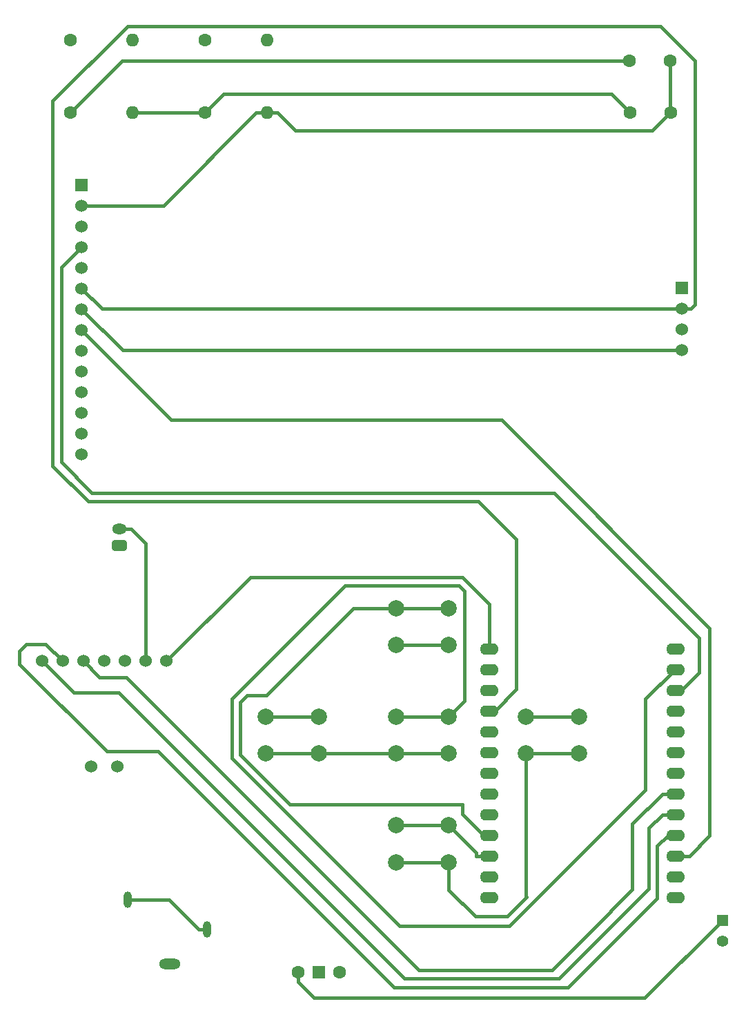
<source format=gbr>
%TF.GenerationSoftware,KiCad,Pcbnew,8.0.3*%
%TF.CreationDate,2024-08-23T11:34:52-06:00*%
%TF.ProjectId,MP3,4d50332e-6b69-4636-9164-5f7063625858,rev?*%
%TF.SameCoordinates,Original*%
%TF.FileFunction,Copper,L2,Bot*%
%TF.FilePolarity,Positive*%
%FSLAX46Y46*%
G04 Gerber Fmt 4.6, Leading zero omitted, Abs format (unit mm)*
G04 Created by KiCad (PCBNEW 8.0.3) date 2024-08-23 11:34:52*
%MOMM*%
%LPD*%
G01*
G04 APERTURE LIST*
G04 Aperture macros list*
%AMRoundRect*
0 Rectangle with rounded corners*
0 $1 Rounding radius*
0 $2 $3 $4 $5 $6 $7 $8 $9 X,Y pos of 4 corners*
0 Add a 4 corners polygon primitive as box body*
4,1,4,$2,$3,$4,$5,$6,$7,$8,$9,$2,$3,0*
0 Add four circle primitives for the rounded corners*
1,1,$1+$1,$2,$3*
1,1,$1+$1,$4,$5*
1,1,$1+$1,$6,$7*
1,1,$1+$1,$8,$9*
0 Add four rect primitives between the rounded corners*
20,1,$1+$1,$2,$3,$4,$5,0*
20,1,$1+$1,$4,$5,$6,$7,0*
20,1,$1+$1,$6,$7,$8,$9,0*
20,1,$1+$1,$8,$9,$2,$3,0*%
G04 Aperture macros list end*
%TA.AperFunction,ComponentPad*%
%ADD10C,1.600000*%
%TD*%
%TA.AperFunction,ComponentPad*%
%ADD11O,1.600000X1.600000*%
%TD*%
%TA.AperFunction,ComponentPad*%
%ADD12O,2.616000X1.308000*%
%TD*%
%TA.AperFunction,ComponentPad*%
%ADD13O,1.008000X2.016000*%
%TD*%
%TA.AperFunction,ComponentPad*%
%ADD14C,1.524000*%
%TD*%
%TA.AperFunction,ComponentPad*%
%ADD15R,1.524000X1.524000*%
%TD*%
%TA.AperFunction,ComponentPad*%
%ADD16C,2.000000*%
%TD*%
%TA.AperFunction,ComponentPad*%
%ADD17R,1.500000X1.500000*%
%TD*%
%TA.AperFunction,ComponentPad*%
%ADD18O,2.286000X1.400000*%
%TD*%
%TA.AperFunction,ComponentPad*%
%ADD19RoundRect,0.270833X0.629167X-0.379167X0.629167X0.379167X-0.629167X0.379167X-0.629167X-0.379167X0*%
%TD*%
%TA.AperFunction,ComponentPad*%
%ADD20O,1.800000X1.300000*%
%TD*%
%TA.AperFunction,ComponentPad*%
%ADD21C,1.400000*%
%TD*%
%TA.AperFunction,ComponentPad*%
%ADD22R,1.400000X1.400000*%
%TD*%
%TA.AperFunction,Conductor*%
%ADD23C,0.406400*%
%TD*%
G04 APERTURE END LIST*
D10*
%TO.P,R3,1*%
%TO.N,VCC2*%
X111150000Y-41143300D03*
D11*
%TO.P,R3,2*%
%TO.N,VP*%
X118770000Y-41143300D03*
%TD*%
D10*
%TO.P,R4,1*%
%TO.N,VP*%
X127660000Y-41143300D03*
D11*
%TO.P,R4,2*%
%TO.N,GND*%
X135280000Y-41143300D03*
%TD*%
D12*
%TO.P,3.5mm,1 (GND)*%
%TO.N,audio-*%
X123340000Y-145563300D03*
D13*
%TO.P,3.5mm,2 (R)*%
%TO.N,audio+*%
X118140000Y-137663300D03*
%TO.P,3.5mm,5 (L)*%
X127940000Y-141363300D03*
%TD*%
D10*
%TO.P,R1,1*%
%TO.N,VCC*%
X111150000Y-32253300D03*
D11*
%TO.P,R1,2*%
%TO.N,SW1*%
X118770000Y-32253300D03*
%TD*%
D14*
%TO.P,REF\u002A\u002A,CS*%
%TO.N,CS_LCD*%
X112489996Y-55109073D03*
%TO.P,REF\u002A\u002A,DC*%
%TO.N,GPIO4*%
X112489996Y-60189073D03*
%TO.P,REF\u002A\u002A,GND*%
%TO.N,GND*%
X112489996Y-52569073D03*
%TO.P,REF\u002A\u002A,LED*%
%TO.N,14*%
X112489996Y-67809073D03*
%TO.P,REF\u002A\u002A,RESET*%
%TO.N,EN*%
X112489998Y-57651187D03*
%TO.P,REF\u002A\u002A,SCK*%
%TO.N,SCK*%
X112489996Y-65269073D03*
%TO.P,REF\u002A\u002A,SDI (MOSI)*%
%TO.N,SDI*%
X112489996Y-62729073D03*
%TO.P,REF\u002A\u002A,SDO (MISO)*%
%TO.N,N/C*%
X112489996Y-70349073D03*
D15*
%TO.P,REF\u002A\u002A,SD_CS*%
%TO.N,SD_CS*%
X186210000Y-62706187D03*
D14*
%TO.P,REF\u002A\u002A,SD_MISO*%
%TO.N,SDO*%
X186210000Y-67786187D03*
%TO.P,REF\u002A\u002A,SD_MOSI*%
%TO.N,SDI*%
X186210000Y-65246187D03*
%TO.P,REF\u002A\u002A,SD_SCK*%
%TO.N,SCK*%
X186210000Y-70326187D03*
%TO.P,REF\u002A\u002A,T_CLK*%
%TO.N,N/C*%
X112489996Y-72889073D03*
%TO.P,REF\u002A\u002A,T_CS*%
X112489996Y-75429073D03*
%TO.P,REF\u002A\u002A,T_DIN*%
X112489996Y-77969073D03*
%TO.P,REF\u002A\u002A,T_DO*%
X112489998Y-80501187D03*
%TO.P,REF\u002A\u002A,T_IRQ*%
X112489998Y-83051187D03*
D15*
%TO.P,REF\u002A\u002A,VCC*%
%TO.N,VCC*%
X112489998Y-50026187D03*
%TD*%
D16*
%TO.P,SW2,1*%
%TO.N,SW2*%
X135125000Y-115268300D03*
X141625000Y-115268300D03*
%TO.P,SW2,2*%
%TO.N,GND*%
X135125000Y-119768300D03*
X141625000Y-119768300D03*
%TD*%
%TO.P,SW4,1*%
%TO.N,SW4*%
X167035000Y-115268300D03*
X173535000Y-115268300D03*
%TO.P,SW4,2*%
%TO.N,GND*%
X167035000Y-119768300D03*
X173535000Y-119768300D03*
%TD*%
D17*
%TO.P,SW6,1*%
%TO.N,PWR*%
X141630000Y-146553300D03*
D10*
%TO.P,SW6,2*%
%TO.N,VCC2*%
X139090000Y-146553300D03*
%TO.P,SW6,3*%
%TO.N,N/C*%
X144170000Y-146553300D03*
%TD*%
%TO.P,C1,1*%
%TO.N,VCC2*%
X179730000Y-34793300D03*
%TO.P,C1,2*%
%TO.N,GND*%
X184730000Y-34793300D03*
%TD*%
%TO.P,R2,1*%
%TO.N,VCC*%
X127660000Y-32253300D03*
D11*
%TO.P,R2,2*%
%TO.N,SW3*%
X135280000Y-32253300D03*
%TD*%
D10*
%TO.P,C2,1*%
%TO.N,VP*%
X179810000Y-41143300D03*
%TO.P,C2,2*%
%TO.N,GND*%
X184810000Y-41143300D03*
%TD*%
D16*
%TO.P,SW3,1*%
%TO.N,SW3*%
X151080000Y-115268300D03*
X157580000Y-115268300D03*
%TO.P,SW3,2*%
%TO.N,GND*%
X151080000Y-119768300D03*
X157580000Y-119768300D03*
%TD*%
%TO.P,SW1,1*%
%TO.N,SW1*%
X151080000Y-101963300D03*
X157580000Y-101963300D03*
%TO.P,SW1,2*%
%TO.N,GND*%
X151080000Y-106463300D03*
X157580000Y-106463300D03*
%TD*%
%TO.P,SW5,1*%
%TO.N,SW5*%
X151080000Y-128573300D03*
X157580000Y-128573300D03*
%TO.P,SW5,2*%
%TO.N,GND*%
X151080000Y-133073300D03*
X157580000Y-133073300D03*
%TD*%
D18*
%TO.P,U1,0*%
%TO.N,SW1*%
X162548123Y-129783800D03*
%TO.P,U1,2*%
%TO.N,SW5*%
X162548123Y-132323800D03*
%TO.P,U1,3v*%
%TO.N,VCC*%
X162548123Y-106923800D03*
%TO.P,U1,4*%
%TO.N,GPIO4*%
X162548123Y-127243800D03*
%TO.P,U1,5*%
%TO.N,CS_LCD*%
X162548123Y-119623800D03*
%TO.P,U1,12*%
%TO.N,N/C*%
X185408123Y-134863800D03*
%TO.P,U1,13*%
%TO.N,SW2*%
X162548123Y-137403800D03*
%TO.P,U1,14*%
%TO.N,14*%
X185408123Y-132323800D03*
%TO.P,U1,15*%
%TO.N,SW4*%
X162548123Y-134863800D03*
%TO.P,U1,16*%
%TO.N,N/C*%
X162548123Y-124703800D03*
%TO.P,U1,17*%
X162548123Y-122163800D03*
%TO.P,U1,18*%
%TO.N,SCK*%
X162548123Y-117083800D03*
%TO.P,U1,19*%
%TO.N,SDO*%
X162548123Y-112003800D03*
%TO.P,U1,22*%
%TO.N,SD_CS*%
X162548123Y-109463800D03*
%TO.P,U1,23*%
%TO.N,SDI*%
X162548123Y-114543800D03*
%TO.P,U1,25*%
%TO.N,MAX_DIN*%
X185408123Y-124703800D03*
%TO.P,U1,26*%
%TO.N,MAX_LRC*%
X185408123Y-127243800D03*
%TO.P,U1,27*%
%TO.N,MAX_BCLK*%
X185408123Y-129783800D03*
%TO.P,U1,32*%
%TO.N,N/C*%
X185408123Y-119623800D03*
%TO.P,U1,33*%
X185408123Y-122163800D03*
%TO.P,U1,34*%
X185408123Y-114543800D03*
%TO.P,U1,35*%
X185408123Y-117083800D03*
%TO.P,U1,EN*%
%TO.N,EN*%
X185408123Y-112003800D03*
%TO.P,U1,GND*%
%TO.N,GND*%
X185408123Y-137403800D03*
%TO.P,U1,VN*%
%TO.N,SW3*%
X185408123Y-109463800D03*
%TO.P,U1,VP*%
%TO.N,VP*%
X185408123Y-106923800D03*
%TD*%
D14*
%TO.P,MAX98357,+*%
%TO.N,audio+*%
X116885000Y-121373300D03*
%TO.P,MAX98357,-*%
%TO.N,audio-*%
X113710000Y-121373300D03*
%TO.P,MAX98357,BCLK*%
%TO.N,MAX_BCLK*%
X110217500Y-108419300D03*
%TO.P,MAX98357,DIN*%
%TO.N,MAX_DIN*%
X112757500Y-108419300D03*
%TO.P,MAX98357,GAIN*%
%TO.N,N/C*%
X115297500Y-108419300D03*
%TO.P,MAX98357,GND*%
%TO.N,GND*%
X120377500Y-108419300D03*
%TO.P,MAX98357,LRC*%
%TO.N,MAX_LRC*%
X107677500Y-108419300D03*
%TO.P,MAX98357,SD*%
%TO.N,N/C*%
X117837500Y-108419300D03*
%TO.P,MAX98357,VIN*%
%TO.N,VCC*%
X122917500Y-108419300D03*
%TD*%
D19*
%TO.P,BT1,1*%
%TO.N,PWR*%
X117190000Y-94243300D03*
D20*
%TO.P,BT1,2*%
%TO.N,GND*%
X117190000Y-92243300D03*
%TD*%
D21*
%TO.P,PW1,1*%
%TO.N,GND*%
X191160000Y-142743300D03*
D22*
%TO.P,PW1,2*%
%TO.N,VCC2*%
X191160000Y-140203300D03*
%TD*%
D23*
%TO.N,14*%
X112490000Y-67809100D02*
X123551200Y-78870300D01*
X189560000Y-104394370D02*
X189560000Y-129824600D01*
X187060800Y-132323800D02*
X185408100Y-132323800D01*
X164035930Y-78870300D02*
X189560000Y-104394370D01*
X123551200Y-78870300D02*
X164035930Y-78870300D01*
X189560000Y-129824600D02*
X187060800Y-132323800D01*
%TO.N,SCK*%
X186210000Y-70326200D02*
X117547100Y-70326200D01*
X117547100Y-70326200D02*
X112490000Y-65269100D01*
%TO.N,EN*%
X188270000Y-109793300D02*
X186059500Y-112003800D01*
X110020000Y-84048248D02*
X113795052Y-87823300D01*
X113795052Y-87823300D02*
X170520000Y-87823300D01*
X186239500Y-112003800D02*
X185408123Y-112003800D01*
X186059500Y-112003800D02*
X185408123Y-112003800D01*
X112490000Y-57651200D02*
X110020000Y-60121200D01*
X188270000Y-105573300D02*
X188270000Y-109793300D01*
X170520000Y-87823300D02*
X188270000Y-105573300D01*
X110020000Y-60121200D02*
X110020000Y-84048248D01*
%TO.N,GND*%
X112490000Y-52569100D02*
X122544500Y-52569100D01*
X182530000Y-43343300D02*
X184730000Y-41143300D01*
X157580000Y-136463300D02*
X160870000Y-139753300D01*
X157580000Y-119768300D02*
X151080000Y-119768300D01*
X136589700Y-41143300D02*
X138789700Y-43343300D01*
X167140000Y-137323300D02*
X167035000Y-137218300D01*
X157580000Y-133073300D02*
X157580000Y-136463300D01*
X157580000Y-106463300D02*
X151080000Y-106463300D01*
X184730000Y-41143300D02*
X184730000Y-34793300D01*
X167035000Y-137218300D02*
X167035000Y-119768300D01*
X164710000Y-139753300D02*
X167140000Y-137323300D01*
X117190000Y-92243300D02*
X118599700Y-92243300D01*
X173535000Y-119768300D02*
X167035000Y-119768300D01*
X135280000Y-41143300D02*
X133970300Y-41143300D01*
X138789700Y-43343300D02*
X182530000Y-43343300D01*
X141625000Y-119768300D02*
X135125000Y-119768300D01*
X151080000Y-119768300D02*
X141625000Y-119768300D01*
X118599700Y-92243300D02*
X120377500Y-94021100D01*
X135280000Y-41143300D02*
X136589700Y-41143300D01*
X122544500Y-52569100D02*
X133970300Y-41143300D01*
X120377500Y-94021100D02*
X120377500Y-108419300D01*
X184730000Y-41143300D02*
X184810000Y-41143300D01*
X151080000Y-133073300D02*
X157580000Y-133073300D01*
X160870000Y-139753300D02*
X164710000Y-139753300D01*
%TO.N,VCC*%
X159251362Y-98121900D02*
X133214900Y-98121900D01*
X133214900Y-98121900D02*
X122917500Y-108419300D01*
X162548123Y-101418661D02*
X159251362Y-98121900D01*
X162548123Y-106923800D02*
X162548123Y-101418661D01*
%TO.N,SDI*%
X187810200Y-34843500D02*
X187810200Y-64723617D01*
X183520000Y-30553300D02*
X187810200Y-34843500D01*
X186210000Y-65246200D02*
X115007100Y-65246200D01*
X115007100Y-65246200D02*
X112490000Y-62729100D01*
X162548123Y-114543800D02*
X163211523Y-114543800D01*
X108978600Y-39727935D02*
X118153235Y-30553300D01*
X165880000Y-111875323D02*
X165880000Y-93514700D01*
X161230000Y-88864700D02*
X113363690Y-88864700D01*
X118153235Y-30553300D02*
X183520000Y-30553300D01*
X187287630Y-65246187D02*
X186210000Y-65246187D01*
X165880000Y-93514700D02*
X161230000Y-88864700D01*
X108978600Y-84479610D02*
X108978600Y-39727935D01*
X187810200Y-64723617D02*
X187287630Y-65246187D01*
X113363690Y-88864700D02*
X108978600Y-84479610D01*
X163211523Y-114543800D02*
X165880000Y-111875323D01*
%TO.N,MAX_DIN*%
X180110000Y-128349200D02*
X180110000Y-136383300D01*
X153948600Y-146321900D02*
X131060600Y-123433900D01*
X114740600Y-110402400D02*
X118029100Y-110402400D01*
X180110000Y-136383300D02*
X177470000Y-139023300D01*
X185408100Y-124703800D02*
X183755400Y-124703800D01*
X170291400Y-146321900D02*
X153948600Y-146321900D01*
X118029100Y-110402400D02*
X131060600Y-123433900D01*
X177470000Y-139023300D02*
X177470000Y-139143300D01*
X112757500Y-108419300D02*
X114740600Y-110402400D01*
X177470000Y-139143300D02*
X170291400Y-146321900D01*
X183755400Y-124703800D02*
X180110000Y-128349200D01*
%TO.N,MAX_BCLK*%
X183131400Y-131111900D02*
X183131400Y-137521900D01*
X108141500Y-106343300D02*
X110217500Y-108419300D01*
X150850000Y-148463300D02*
X121900000Y-119513300D01*
X105740000Y-106343300D02*
X108141500Y-106343300D01*
X172190000Y-148463300D02*
X150850000Y-148463300D01*
X185408100Y-129783800D02*
X184459500Y-129783800D01*
X115630000Y-119513300D02*
X104900000Y-108783300D01*
X104900000Y-107183300D02*
X105740000Y-106343300D01*
X183131400Y-137521900D02*
X172190000Y-148463300D01*
X184459500Y-129783800D02*
X183131400Y-131111900D01*
X121900000Y-119513300D02*
X115630000Y-119513300D01*
X104900000Y-108783300D02*
X104900000Y-107183300D01*
%TO.N,MAX_LRC*%
X171100000Y-147363300D02*
X182090000Y-136373300D01*
X107677500Y-108419300D02*
X111575600Y-112317400D01*
X111575600Y-112317400D02*
X117104100Y-112317400D01*
X152150000Y-147363300D02*
X171100000Y-147363300D01*
X117104100Y-112317400D02*
X152150000Y-147363300D01*
X182090000Y-136373300D02*
X182090000Y-128909200D01*
X182090000Y-128909200D02*
X183755400Y-127243800D01*
X183755400Y-127243800D02*
X185408100Y-127243800D01*
%TO.N,audio+*%
X123226300Y-137663300D02*
X118140000Y-137663300D01*
X127940000Y-141363300D02*
X126926300Y-141363300D01*
X126926300Y-141363300D02*
X123226300Y-137663300D01*
%TO.N,VCC2*%
X117500000Y-34793300D02*
X111150000Y-41143300D01*
X141060000Y-149733300D02*
X139090000Y-147763300D01*
X139090000Y-147763300D02*
X139090000Y-146553300D01*
X181630000Y-149733300D02*
X141060000Y-149733300D01*
X179730000Y-34793300D02*
X117500000Y-34793300D01*
X191160000Y-140203300D02*
X181630000Y-149733300D01*
%TO.N,VP*%
X127660000Y-41143300D02*
X120079700Y-41143300D01*
X177560000Y-38893300D02*
X129910000Y-38893300D01*
X118770000Y-41143300D02*
X120079700Y-41143300D01*
X129910000Y-38893300D02*
X127660000Y-41143300D01*
X179810000Y-41143300D02*
X177560000Y-38893300D01*
%TO.N,SW1*%
X132860000Y-112613300D02*
X131970000Y-113503300D01*
X131970000Y-119903300D02*
X138110000Y-126043300D01*
X159280000Y-126043300D02*
X159280000Y-127179077D01*
X151080000Y-101963300D02*
X145830392Y-101963300D01*
X131970000Y-113503300D02*
X131970000Y-119903300D01*
X161884723Y-129783800D02*
X162548123Y-129783800D01*
X138110000Y-126043300D02*
X159280000Y-126043300D01*
X135180392Y-112613300D02*
X132860000Y-112613300D01*
X157580000Y-101963300D02*
X151080000Y-101963300D01*
X145830392Y-101963300D02*
X135180392Y-112613300D01*
X159280000Y-127179077D02*
X161884723Y-129783800D01*
%TO.N,SW2*%
X141625000Y-115268300D02*
X135125000Y-115268300D01*
%TO.N,SW3*%
X157580000Y-115268300D02*
X159520000Y-113328300D01*
X130928600Y-113071938D02*
X130928600Y-120334662D01*
X159520000Y-99863300D02*
X158820000Y-99163300D01*
X157580000Y-115268300D02*
X151080000Y-115268300D01*
X181710000Y-113083580D02*
X185329780Y-109463800D01*
X130928600Y-120334662D02*
X151517238Y-140923300D01*
X158820000Y-99163300D02*
X144837238Y-99163300D01*
X144837238Y-99163300D02*
X130928600Y-113071938D01*
X151517238Y-140923300D02*
X165012762Y-140923300D01*
X159520000Y-113328300D02*
X159520000Y-99863300D01*
X181710000Y-124226062D02*
X181710000Y-113083580D01*
X165012762Y-140923300D02*
X181710000Y-124226062D01*
X185329780Y-109463800D02*
X185408123Y-109463800D01*
%TO.N,SW4*%
X173535000Y-115268300D02*
X167035000Y-115268300D01*
%TO.N,SW5*%
X160895400Y-131888700D02*
X157580000Y-128573300D01*
X162548100Y-132323800D02*
X160895400Y-132323800D01*
X160895400Y-132323800D02*
X160895400Y-131888700D01*
X157580000Y-128573300D02*
X151080000Y-128573300D01*
%TD*%
M02*

</source>
